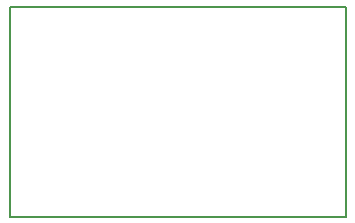
<source format=gm1>
G04*
G04 #@! TF.GenerationSoftware,Altium Limited,Altium Designer,22.9.1 (49)*
G04*
G04 Layer_Color=16711935*
%FSLAX44Y44*%
%MOMM*%
G71*
G04*
G04 #@! TF.SameCoordinates,A8B0115D-A14B-43F8-95CD-E385AC25DAC2*
G04*
G04*
G04 #@! TF.FilePolarity,Positive*
G04*
G01*
G75*
%ADD12C,0.2000*%
D12*
X284480Y0D02*
Y177800D01*
X0D02*
X284480D01*
X0Y0D02*
Y177800D01*
Y0D02*
X284480D01*
M02*

</source>
